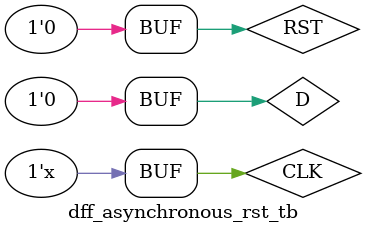
<source format=v>
module dff_asynchronous_rst(
    input d,clk,rst,
    output reg q, output qb
);



always @(posedge clk or posedge rst)
begin
    if(rst)
      q<=0;
    else
     begin
        if(clk)
        begin
          q<=d;
        end  
        else
         begin
            q<=q;
        end
    end
end

assign qb=~q;
endmodule

module dff_asynchronous_rst_tb;
wire Q,QB;
reg CLK,D,RST;

dff_asynchronous_rst dut(
    .d(D), .clk(CLK), .rst(RST),
      .q(Q), .qb(QB)
);
always #5 CLK =~CLK;
initial begin
    CLK=0;D=0;RST=0;
    $monitor("%t) CLK=%B RST=%B D=%B Q=%B QB=%B",$time,CLK,RST,D,Q,QB);
    #1RST=1;
    #4RST=0;
    #5 D=1;
    #10 D=0;
end

endmodule

</source>
